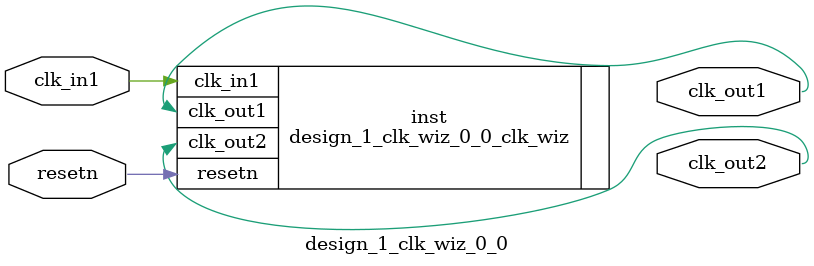
<source format=v>


`timescale 1ps/1ps

(* CORE_GENERATION_INFO = "design_1_clk_wiz_0_0,clk_wiz_v6_0_16_0_0,{component_name=design_1_clk_wiz_0_0,use_phase_alignment=true,use_min_o_jitter=false,use_max_i_jitter=false,use_dyn_phase_shift=false,use_inclk_switchover=false,use_dyn_reconfig=false,enable_axi=0,feedback_source=FDBK_AUTO,PRIMITIVE=MMCM,num_out_clk=2,clkin1_period=10.000,clkin2_period=10.000,use_power_down=false,use_reset=true,use_locked=false,use_inclk_stopped=false,feedback_type=SINGLE,CLOCK_MGR_TYPE=NA,manual_override=false}" *)

module design_1_clk_wiz_0_0 
 (
  // Clock out ports
  output        clk_out1,
  output        clk_out2,
  // Status and control signals
  input         resetn,
 // Clock in ports
  input         clk_in1
 );

  design_1_clk_wiz_0_0_clk_wiz inst
  (
  // Clock out ports  
  .clk_out1(clk_out1),
  .clk_out2(clk_out2),
  // Status and control signals               
  .resetn(resetn), 
 // Clock in ports
  .clk_in1(clk_in1)
  );

endmodule

</source>
